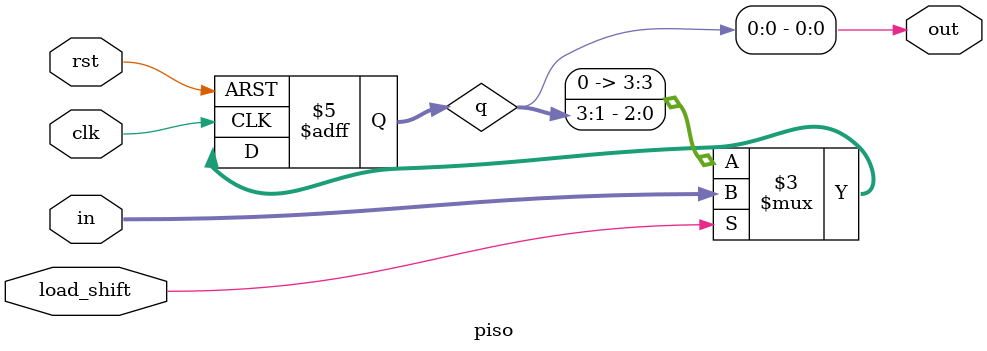
<source format=v>
module piso (input clk,rst,load_shift,input [3:0]in,output out);


reg [3:0]q;

always @ (posedge clk or posedge rst) begin
	if (rst)
		q<=4'b0;
	else if(load_shift)
		q<=in;
	else
		q<={1'b0,q[3:1]};
	
	
end
assign out=q[0];


endmodule






</source>
